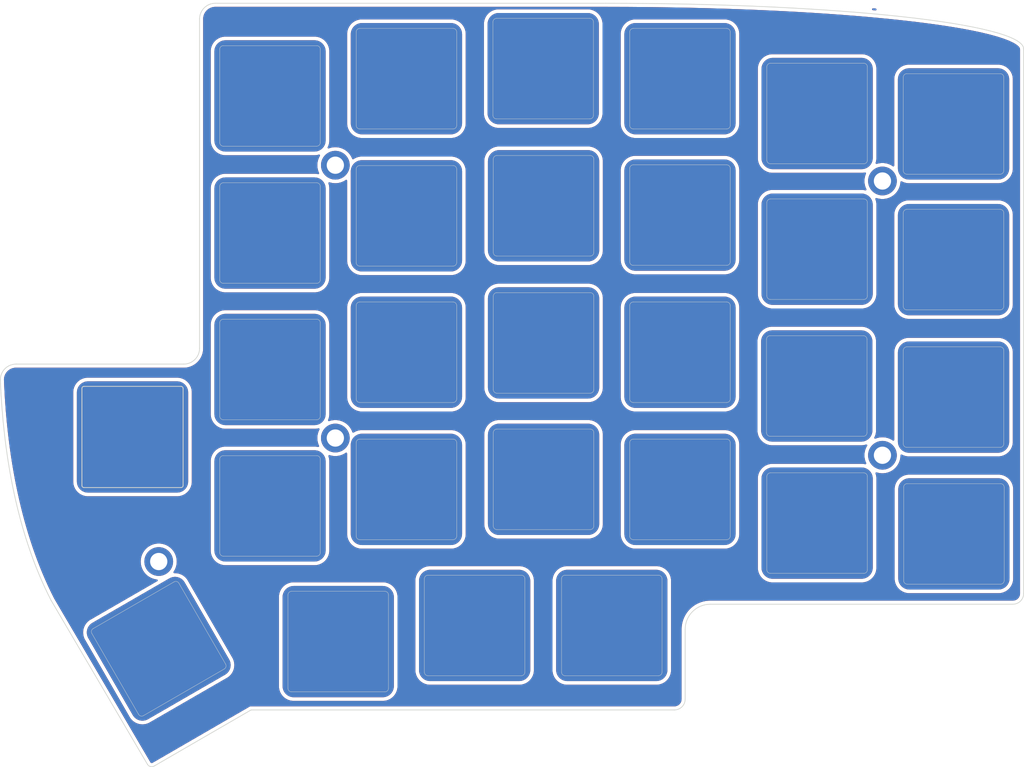
<source format=kicad_pcb>
(kicad_pcb (version 20240108) (generator "pcbnew") (generator_version "8.0")
  (layers (0 "F.Cu" signal) (31 "B.Cu" signal) (34 "B.Paste" user) (35 "F.Paste" user) (36 "B.SilkS" user "B.Silkscreen") (37 "F.SilkS" user "F.Silkscreen") (38 "B.Mask" user) (39 "F.Mask" user) (44 "Edge.Cuts" user))
  (net 0 "")
  (footprint "yuchi:MX_PLATE_HOLE_14mm" (layer "F.Cu") (at 118.1 116.45)
    (property "Reference" "J20" (hide yes))
    (property "Value" "HOLE" (hide yes))
    (fp_line (start -7 6.5) (end -7 -6.5) (stroke (width 0.05)) (layer "Edge.Cuts"))
    (fp_line (start -6.5 -7) (end 6.5 -7) (stroke (width 0.05)) (layer "Edge.Cuts"))
    (fp_line (start -6.5 7) (end 6.5 7) (stroke (width 0.05)) (layer "Edge.Cuts"))
    (fp_line (start 7 6.5) (end 7 -6.5) (stroke (width 0.05)) (layer "Edge.Cuts"))
    (fp_arc (start -7 -6.5) (mid -6.853553 -6.853553) (end -6.5 -7) (stroke (width 0.05)) (layer "Edge.Cuts"))
    (fp_arc (start -6.5 7) (mid -6.853553 6.853553) (end -7 6.5) (stroke (width 0.05)) (layer "Edge.Cuts"))
    (fp_arc (start 6.5 -7) (mid 6.853553 -6.853553) (end 7 -6.5) (stroke (width 0.05)) (layer "Edge.Cuts"))
    (fp_arc (start 7 6.5) (mid 6.853553 6.853553) (end 6.5 7) (stroke (width 0.05)) (layer "Edge.Cuts"))
    (pad "1" smd roundrect (at 0 0) (size 15.5 15.5) (layers "F.Cu" "F.Paste" "F.Mask") (roundrect_rratio 0.1))
    (pad "1" smd roundrect (at 0 0) (size 15.5 15.5) (layers "B.Cu" "B.Paste" "B.Mask") (roundrect_rratio 0.1))
  )
  (footprint "yuchi:MX_PLATE_HOLE_14mm" (layer "F.Cu") (at 175.2 114.15)
    (property "Reference" "J23" (hide yes))
    (property "Value" "HOLE" (hide yes))
    (fp_line (start -7 6.5) (end -7 -6.5) (stroke (width 0.05)) (layer "Edge.Cuts"))
    (fp_line (start -6.5 -7) (end 6.5 -7) (stroke (width 0.05)) (layer "Edge.Cuts"))
    (fp_line (start -6.5 7) (end 6.5 7) (stroke (width 0.05)) (layer "Edge.Cuts"))
    (fp_line (start 7 6.5) (end 7 -6.5) (stroke (width 0.05)) (layer "Edge.Cuts"))
    (fp_arc (start -7 -6.5) (mid -6.853553 -6.853553) (end -6.5 -7) (stroke (width 0.05)) (layer "Edge.Cuts"))
    (fp_arc (start -6.5 7) (mid -6.853553 6.853553) (end -7 6.5) (stroke (width 0.05)) (layer "Edge.Cuts"))
    (fp_arc (start 6.5 -7) (mid 6.853553 -6.853553) (end 7 -6.5) (stroke (width 0.05)) (layer "Edge.Cuts"))
    (fp_arc (start 7 6.5) (mid 6.853553 6.853553) (end 6.5 7) (stroke (width 0.05)) (layer "Edge.Cuts"))
    (pad "1" smd roundrect (at 0 0) (size 15.5 15.5) (layers "F.Cu" "F.Paste" "F.Mask") (roundrect_rratio 0.1))
    (pad "1" smd roundrect (at 0 0) (size 15.5 15.5) (layers "B.Cu" "B.Paste" "B.Mask") (roundrect_rratio 0.1))
  )
  (footprint "yuchi:MX_PLATE_HOLE_14mm" (layer "F.Cu") (at 156.15 55.55)
    (property "Reference" "J3" (hide yes))
    (property "Value" "HOLE" (hide yes))
    (fp_line (start -7 6.5) (end -7 -6.5) (stroke (width 0.05)) (layer "Edge.Cuts"))
    (fp_line (start -6.5 -7) (end 6.5 -7) (stroke (width 0.05)) (layer "Edge.Cuts"))
    (fp_line (start -6.5 7) (end 6.5 7) (stroke (width 0.05)) (layer "Edge.Cuts"))
    (fp_line (start 7 6.5) (end 7 -6.5) (stroke (width 0.05)) (layer "Edge.Cuts"))
    (fp_arc (start -7 -6.5) (mid -6.853553 -6.853553) (end -6.5 -7) (stroke (width 0.05)) (layer "Edge.Cuts"))
    (fp_arc (start -6.5 7) (mid -6.853553 6.853553) (end -7 6.5) (stroke (width 0.05)) (layer "Edge.Cuts"))
    (fp_arc (start 6.5 -7) (mid 6.853553 -6.853553) (end 7 -6.5) (stroke (width 0.05)) (layer "Edge.Cuts"))
    (fp_arc (start 7 6.5) (mid 6.853553 6.853553) (end 6.5 7) (stroke (width 0.05)) (layer "Edge.Cuts"))
    (pad "1" smd roundrect (at 0 0) (size 15.5 15.5) (layers "F.Cu" "F.Paste" "F.Mask") (roundrect_rratio 0.1))
    (pad "1" smd roundrect (at 0 0) (size 15.5 15.5) (layers "B.Cu" "B.Paste" "B.Mask") (roundrect_rratio 0.1))
  )
  (footprint "yuchi:MX_PLATE_HOLE_14mm" (layer "F.Cu") (at 156.2 93.75)
    (property "Reference" "J15" (hide yes))
    (property "Value" "HOLE" (hide yes))
    (fp_line (start -7 6.5) (end -7 -6.5) (stroke (width 0.05)) (layer "Edge.Cuts"))
    (fp_line (start -6.5 -7) (end 6.5 -7) (stroke (width 0.05)) (layer "Edge.Cuts"))
    (fp_line (start -6.5 7) (end 6.5 7) (stroke (width 0.05)) (layer "Edge.Cuts"))
    (fp_line (start 7 6.5) (end 7 -6.5) (stroke (width 0.05)) (layer "Edge.Cuts"))
    (fp_arc (start -7 -6.5) (mid -6.853553 -6.853553) (end -6.5 -7) (stroke (width 0.05)) (layer "Edge.Cuts"))
    (fp_arc (start -6.5 7) (mid -6.853553 6.853553) (end -7 6.5) (stroke (width 0.05)) (layer "Edge.Cuts"))
    (fp_arc (start 6.5 -7) (mid 6.853553 -6.853553) (end 7 -6.5) (stroke (width 0.05)) (layer "Edge.Cuts"))
    (fp_arc (start 7 6.5) (mid 6.853553 6.853553) (end 6.5 7) (stroke (width 0.05)) (layer "Edge.Cuts"))
    (pad "1" smd roundrect (at 0 0) (size 15.5 15.5) (layers "F.Cu" "F.Paste" "F.Mask") (roundrect_rratio 0.1))
    (pad "1" smd roundrect (at 0 0) (size 15.5 15.5) (layers "B.Cu" "B.Paste" "B.Mask") (roundrect_rratio 0.1))
  )
  (footprint "yuchi:MX_PLATE_HOLE_14mm" (layer "F.Cu") (at 175.2 75.95)
    (property "Reference" "J10" (hide yes))
    (property "Value" "HOLE" (hide yes))
    (fp_line (start -7 6.5) (end -7 -6.5) (stroke (width 0.05)) (layer "Edge.Cuts"))
    (fp_line (start -6.5 -7) (end 6.5 -7) (stroke (width 0.05)) (layer "Edge.Cuts"))
    (fp_line (start -6.5 7) (end 6.5 7) (stroke (width 0.05)) (layer "Edge.Cuts"))
    (fp_line (start 7 6.5) (end 7 -6.5) (stroke (width 0.05)) (layer "Edge.Cuts"))
    (fp_arc (start -7 -6.5) (mid -6.853553 -6.853553) (end -6.5 -7) (stroke (width 0.05)) (layer "Edge.Cuts"))
    (fp_arc (start -6.5 7) (mid -6.853553 6.853553) (end -7 6.5) (stroke (width 0.05)) (layer "Edge.Cuts"))
    (fp_arc (start 6.5 -7) (mid 6.853553 -6.853553) (end 7 -6.5) (stroke (width 0.05)) (layer "Edge.Cuts"))
    (fp_arc (start 7 6.5) (mid 6.853553 6.853553) (end 6.5 7) (stroke (width 0.05)) (layer "Edge.Cuts"))
    (pad "1" smd roundrect (at 0 0) (size 15.5 15.5) (layers "F.Cu" "F.Paste" "F.Mask") (roundrect_rratio 0.1))
    (pad "1" smd roundrect (at 0 0) (size 15.5 15.5) (layers "B.Cu" "B.Paste" "B.Mask") (roundrect_rratio 0.1))
  )
  (footprint "yuchi:MX_PLATE_HOLE_14mm" (layer "F.Cu") (at 213.3 82.15)
    (property "Reference" "J12" (hide yes))
    (property "Value" "HOLE" (hide yes))
    (fp_line (start -7 6.5) (end -7 -6.5) (stroke (width 0.05)) (layer "Edge.Cuts"))
    (fp_line (start -6.5 -7) (end 6.5 -7) (stroke (width 0.05)) (layer "Edge.Cuts"))
    (fp_line (start -6.5 7) (end 6.5 7) (stroke (width 0.05)) (layer "Edge.Cuts"))
    (fp_line (start 7 6.5) (end 7 -6.5) (stroke (width 0.05)) (layer "Edge.Cuts"))
    (fp_arc (start -7 -6.5) (mid -6.853553 -6.853553) (end -6.5 -7) (stroke (width 0.05)) (layer "Edge.Cuts"))
    (fp_arc (start -6.5 7) (mid -6.853553 6.853553) (end -7 6.5) (stroke (width 0.05)) (layer "Edge.Cuts"))
    (fp_arc (start 6.5 -7) (mid 6.853553 -6.853553) (end 7 -6.5) (stroke (width 0.05)) (layer "Edge.Cuts"))
    (fp_arc (start 7 6.5) (mid 6.853553 6.853553) (end 6.5 7) (stroke (width 0.05)) (layer "Edge.Cuts"))
    (pad "1" smd roundrect (at 0 0) (size 15.5 15.5) (layers "F.Cu" "F.Paste" "F.Mask") (roundrect_rratio 0.1))
    (pad "1" smd roundrect (at 0 0) (size 15.5 15.5) (layers "B.Cu" "B.Paste" "B.Mask") (roundrect_rratio 0.1))
  )
  (footprint "yuchi:MX_PLATE_HOLE_14mm" (layer "F.Cu") (at 118.1 78.45)
    (property "Reference" "J7" (hide yes))
    (property "Value" "HOLE" (hide yes))
    (fp_line (start -7 6.5) (end -7 -6.5) (stroke (width 0.05)) (layer "Edge.Cuts"))
    (fp_line (start -6.5 -7) (end 6.5 -7) (stroke (width 0.05)) (layer "Edge.Cuts"))
    (fp_line (start -6.5 7) (end 6.5 7) (stroke (width 0.05)) (layer "Edge.Cuts"))
    (fp_line (start 7 6.5) (end 7 -6.5) (stroke (width 0.05)) (layer "Edge.Cuts"))
    (fp_arc (start -7 -6.5) (mid -6.853553 -6.853553) (end -6.5 -7) (stroke (width 0.05)) (layer "Edge.Cuts"))
    (fp_arc (start -6.5 7) (mid -6.853553 6.853553) (end -7 6.5) (stroke (width 0.05)) (layer "Edge.Cuts"))
    (fp_arc (start 6.5 -7) (mid 6.853553 -6.853553) (end 7 -6.5) (stroke (width 0.05)) (layer "Edge.Cuts"))
    (fp_arc (start 7 6.5) (mid 6.853553 6.853553) (end 6.5 7) (stroke (width 0.05)) (layer "Edge.Cuts"))
    (pad "1" smd roundrect (at 0 0) (size 15.5 15.5) (layers "F.Cu" "F.Paste" "F.Mask") (roundrect_rratio 0.1))
    (pad "1" smd roundrect (at 0 0) (size 15.5 15.5) (layers "B.Cu" "B.Paste" "B.Mask") (roundrect_rratio 0.1))
  )
  (footprint "yuchi:MX_PLATE_HOLE_14mm" (layer "F.Cu") (at 213.3 101.3)
    (property "Reference" "J18" (hide yes))
    (property "Value" "HOLE" (hide yes))
    (fp_line (start -7 6.5) (end -7 -6.5) (stroke (width 0.05)) (layer "Edge.Cuts"))
    (fp_line (start -6.5 -7) (end 6.5 -7) (stroke (width 0.05)) (layer "Edge.Cuts"))
    (fp_line (start -6.5 7) (end 6.5 7) (stroke (width 0.05)) (layer "Edge.Cuts"))
    (fp_line (start 7 6.5) (end 7 -6.5) (stroke (width 0.05)) (layer "Edge.Cuts"))
    (fp_arc (start -7 -6.5) (mid -6.853553 -6.853553) (end -6.5 -7) (stroke (width 0.05)) (layer "Edge.Cuts"))
    (fp_arc (start -6.5 7) (mid -6.853553 6.853553) (end -7 6.5) (stroke (width 0.05)) (layer "Edge.Cuts"))
    (fp_arc (start 6.5 -7) (mid 6.853553 -6.853553) (end 7 -6.5) (stroke (width 0.05)) (layer "Edge.Cuts"))
    (fp_arc (start 7 6.5) (mid 6.853553 6.853553) (end 6.5 7) (stroke (width 0.05)) (layer "Edge.Cuts"))
    (pad "1" smd roundrect (at 0 0) (size 15.5 15.5) (layers "F.Cu" "F.Paste" "F.Mask") (roundrect_rratio 0.1))
    (pad "1" smd roundrect (at 0 0) (size 15.5 15.5) (layers "B.Cu" "B.Paste" "B.Mask") (roundrect_rratio 0.1))
  )
  (footprint "yuchi:M2_HOLE_PCB" (layer "F.Cu") (at 203.4 109.4)
    (property "Reference" "J34" (hide yes))
    (property "Value" "M2")
    (pad "" thru_hole circle (at 0 0) (size 4 4) (drill 2.4) (layers "*.Cu" "*.Mask"))
  )
  (footprint "yuchi:MX_PLATE_HOLE_14mm" (layer "F.Cu") (at 156.2 74.65)
    (property "Reference" "J9" (hide yes))
    (property "Value" "HOLE" (hide yes))
    (fp_line (start -7 6.5) (end -7 -6.5) (stroke (width 0.05)) (layer "Edge.Cuts"))
    (fp_line (start -6.5 -7) (end 6.5 -7) (stroke (width 0.05)) (layer "Edge.Cuts"))
    (fp_line (start -6.5 7) (end 6.5 7) (stroke (width 0.05)) (layer "Edge.Cuts"))
    (fp_line (start 7 6.5) (end 7 -6.5) (stroke (width 0.05)) (layer "Edge.Cuts"))
    (fp_arc (start -7 -6.5) (mid -6.853553 -6.853553) (end -6.5 -7) (stroke (width 0.05)) (layer "Edge.Cuts"))
    (fp_arc (start -6.5 7) (mid -6.853553 6.853553) (end -7 6.5) (stroke (width 0.05)) (layer "Edge.Cuts"))
    (fp_arc (start 6.5 -7) (mid 6.853553 -6.853553) (end 7 -6.5) (stroke (width 0.05)) (layer "Edge.Cuts"))
    (fp_arc (start 7 6.5) (mid 6.853553 6.853553) (end 6.5 7) (stroke (width 0.05)) (layer "Edge.Cuts"))
    (pad "1" smd roundrect (at 0 0) (size 15.5 15.5) (layers "F.Cu" "F.Paste" "F.Mask") (roundrect_rratio 0.1))
    (pad "1" smd roundrect (at 0 0) (size 15.5 15.5) (layers "B.Cu" "B.Paste" "B.Mask") (roundrect_rratio 0.1))
  )
  (footprint "yuchi:MX_PLATE_HOLE_14mm" (layer "F.Cu") (at 137.1 95.05)
    (property "Reference" "J14" (hide yes))
    (property "Value" "HOLE" (hide yes))
    (fp_line (start -7 6.5) (end -7 -6.5) (stroke (width 0.05)) (layer "Edge.Cuts"))
    (fp_line (start -6.5 -7) (end 6.5 -7) (stroke (width 0.05)) (layer "Edge.Cuts"))
    (fp_line (start -6.5 7) (end 6.5 7) (stroke (width 0.05)) (layer "Edge.Cuts"))
    (fp_line (start 7 6.5) (end 7 -6.5) (stroke (width 0.05)) (layer "Edge.Cuts"))
    (fp_arc (start -7 -6.5) (mid -6.853553 -6.853553) (end -6.5 -7) (stroke (width 0.05)) (layer "Edge.Cuts"))
    (fp_arc (start -6.5 7) (mid -6.853553 6.853553) (end -7 6.5) (stroke (width 0.05)) (layer "Edge.Cuts"))
    (fp_arc (start 6.5 -7) (mid 6.853553 -6.853553) (end 7 -6.5) (stroke (width 0.05)) (layer "Edge.Cuts"))
    (fp_arc (start 7 6.5) (mid 6.853553 6.853553) (end 6.5 7) (stroke (width 0.05)) (layer "Edge.Cuts"))
    (pad "1" smd roundrect (at 0 0) (size 15.5 15.5) (layers "F.Cu" "F.Paste" "F.Mask") (roundrect_rratio 0.1))
    (pad "1" smd roundrect (at 0 0) (size 15.5 15.5) (layers "B.Cu" "B.Paste" "B.Mask") (roundrect_rratio 0.1))
  )
  (footprint "yuchi:MX_PLATE_HOLE_14mm" (layer "F.Cu") (at 194.25 99.75)
    (property "Reference" "J17" (hide yes))
    (property "Value" "HOLE" (hide yes))
    (fp_line (start -7 6.5) (end -7 -6.5) (stroke (width 0.05)) (layer "Edge.Cuts"))
    (fp_line (start -6.5 -7) (end 6.5 -7) (stroke (width 0.05)) (layer "Edge.Cuts"))
    (fp_line (start -6.5 7) (end 6.5 7) (stroke (width 0.05)) (layer "Edge.Cuts"))
    (fp_line (start 7 6.5) (end 7 -6.5) (stroke (width 0.05)) (layer "Edge.Cuts"))
    (fp_arc (start -7 -6.5) (mid -6.853553 -6.853553) (end -6.5 -7) (stroke (width 0.05)) (layer "Edge.Cuts"))
    (fp_arc (start -6.5 7) (mid -6.853553 6.853553) (end -7 6.5) (stroke (width 0.05)) (layer "Edge.Cuts"))
    (fp_arc (start 6.5 -7) (mid 6.853553 -6.853553) (end 7 -6.5) (stroke (width 0.05)) (layer "Edge.Cuts"))
    (fp_arc (start 7 6.5) (mid 6.853553 6.853553) (end 6.5 7) (stroke (width 0.05)) (layer "Edge.Cuts"))
    (pad "1" smd roundrect (at 0 0) (size 15.5 15.5) (layers "F.Cu" "F.Paste" "F.Mask") (roundrect_rratio 0.1))
    (pad "1" smd roundrect (at 0 0) (size 15.5 15.5) (layers "B.Cu" "B.Paste" "B.Mask") (roundrect_rratio 0.1))
  )
  (footprint "yuchi:MX_PLATE_HOLE_14mm" (layer "F.Cu") (at 213.3 63.25)
    (property "Reference" "J6" (hide yes))
    (property "Value" "HOLE" (hide yes))
    (fp_line (start -7 6.5) (end -7 -6.5) (stroke (width 0.05)) (layer "Edge.Cuts"))
    (fp_line (start -6.5 -7) (end 6.5 -7) (stroke (width 0.05)) (layer "Edge.Cuts"))
    (fp_line (start -6.5 7) (end 6.5 7) (stroke (width 0.05)) (layer "Edge.Cuts"))
    (fp_line (start 7 6.5) (end 7 -6.5) (stroke (width 0.05)) (layer "Edge.Cuts"))
    (fp_arc (start -7 -6.5) (mid -6.853553 -6.853553) (end -6.5 -7) (stroke (width 0.05)) (layer "Edge.Cuts"))
    (fp_arc (start -6.5 7) (mid -6.853553 6.853553) (end -7 6.5) (stroke (width 0.05)) (layer "Edge.Cuts"))
    (fp_arc (start 6.5 -7) (mid 6.853553 -6.853553) (end 7 -6.5) (stroke (width 0.05)) (layer "Edge.Cuts"))
    (fp_arc (start 7 6.5) (mid 6.853553 6.853553) (end 6.5 7) (stroke (width 0.05)) (layer "Edge.Cuts"))
    (pad "1" smd roundrect (at 0 0) (size 15.5 15.5) (layers "F.Cu" "F.Paste" "F.Mask") (roundrect_rratio 0.1))
    (pad "1" smd roundrect (at 0 0) (size 15.5 15.5) (layers "B.Cu" "B.Paste" "B.Mask") (roundrect_rratio 0.1))
  )
  (footprint "yuchi:MX_PLATE_HOLE_14mm" (layer "F.Cu") (at 165.7 133.1)
    (property "Reference" "J29" (hide yes))
    (property "Value" "HOLE" (hide yes))
    (fp_line (start -7 6.5) (end -7 -6.5) (stroke (width 0.05)) (layer "Edge.Cuts"))
    (fp_line (start -6.5 -7) (end 6.5 -7) (stroke (width 0.05)) (layer "Edge.Cuts"))
    (fp_line (start -6.5 7) (end 6.5 7) (stroke (width 0.05)) (layer "Edge.Cuts"))
    (fp_line (start 7 6.5) (end 7 -6.5) (stroke (width 0.05)) (layer "Edge.Cuts"))
    (fp_arc (start -7 -6.5) (mid -6.853553 -6.853553) (end -6.5 -7) (stroke (width 0.05)) (layer "Edge.Cuts"))
    (fp_arc (start -6.5 7) (mid -6.853553 6.853553) (end -7 6.5) (stroke (width 0.05)) (layer "Edge.Cuts"))
    (fp_arc (start 6.5 -7) (mid 6.853553 -6.853553) (end 7 -6.5) (stroke (width 0.05)) (layer "Edge.Cuts"))
    (fp_arc (start 7 6.5) (mid 6.853553 6.853553) (end 6.5 7) (stroke (width 0.05)) (layer "Edge.Cuts"))
    (pad "1" smd roundrect (at 0 0) (size 15.5 15.5) (layers "F.Cu" "F.Paste" "F.Mask") (roundrect_rratio 0.1))
    (pad "1" smd roundrect (at 0 0) (size 15.5 15.5) (layers "B.Cu" "B.Paste" "B.Mask") (roundrect_rratio 0.1))
  )
  (footprint "yuchi:M2_HOLE_PCB" (layer "F.Cu") (at 127.2 107)
    (property "Reference" "J31" (hide yes))
    (property "Value" "M2")
    (pad "" thru_hole circle (at 0 0) (size 4 4) (drill 2.4) (layers "*.Cu" "*.Mask"))
  )
  (footprint "yuchi:MX_PLATE_HOLE_14mm" (layer "F.Cu") (at 194.3 118.85)
    (property "Reference" "J24" (hide yes))
    (property "Value" "HOLE" (hide yes))
    (fp_line (start -7 6.5) (end -7 -6.5) (stroke (width 0.05)) (layer "Edge.Cuts"))
    (fp_line (start -6.5 -7) (end 6.5 -7) (stroke (width 0.05)) (layer "Edge.Cuts"))
    (fp_line (start -6.5 7) (end 6.5 7) (stroke (width 0.05)) (layer "Edge.Cuts"))
    (fp_line (start 7 6.5) (end 7 -6.5) (stroke (width 0.05)) (layer "Edge.Cuts"))
    (fp_arc (start -7 -6.5) (mid -6.853553 -6.853553) (end -6.5 -7) (stroke (width 0.05)) (layer "Edge.Cuts"))
    (fp_arc (start -6.5 7) (mid -6.853553 6.853553) (end -7 6.5) (stroke (width 0.05)) (layer "Edge.Cuts"))
    (fp_arc (start 6.5 -7) (mid 6.853553 -6.853553) (end 7 -6.5) (stroke (width 0.05)) (layer "Edge.Cuts"))
    (fp_arc (start 7 6.5) (mid 6.853553 6.853553) (end 6.5 7) (stroke (width 0.05)) (layer "Edge.Cuts"))
    (pad "1" smd roundrect (at 0 0) (size 15.5 15.5) (layers "F.Cu" "F.Paste" "F.Mask") (roundrect_rratio 0.1))
    (pad "1" smd roundrect (at 0 0) (size 15.5 15.5) (layers "B.Cu" "B.Paste" "B.Mask") (roundrect_rratio 0.1))
  )
  (footprint "yuchi:MX_PLATE_HOLE_14mm" (layer "F.Cu") (at 213.35 120.35)
    (property "Reference" "J25" (hide yes))
    (property "Value" "HOLE" (hide yes))
    (fp_line (start -7 6.5) (end -7 -6.5) (stroke (width 0.05)) (layer "Edge.Cuts"))
    (fp_line (start -6.5 -7) (end 6.5 -7) (stroke (width 0.05)) (layer "Edge.Cuts"))
    (fp_line (start -6.5 7) (end 6.5 7) (stroke (width 0.05)) (layer "Edge.Cuts"))
    (fp_line (start 7 6.5) (end 7 -6.5) (stroke (width 0.05)) (layer "Edge.Cuts"))
    (fp_arc (start -7 -6.5) (mid -6.853553 -6.853553) (end -6.5 -7) (stroke (width 0.05)) (layer "Edge.Cuts"))
    (fp_arc (start -6.5 7) (mid -6.853553 6.853553) (end -7 6.5) (stroke (width 0.05)) (layer "Edge.Cuts"))
    (fp_arc (start 6.5 -7) (mid 6.853553 -6.853553) (end 7 -6.5) (stroke (width 0.05)) (layer "Edge.Cuts"))
    (fp_arc (start 7 6.5) (mid 6.853553 6.853553) (end 6.5 7) (stroke (width 0.05)) (layer "Edge.Cuts"))
    (pad "1" smd roundrect (at 0 0) (size 15.5 15.5) (layers "F.Cu" "F.Paste" "F.Mask") (roundrect_rratio 0.1))
    (pad "1" smd roundrect (at 0 0) (size 15.5 15.5) (layers "B.Cu" "B.Paste" "B.Mask") (roundrect_rratio 0.1))
  )
  (footprint "yuchi:M2_HOLE_PCB" (layer "F.Cu") (at 203.4 71.2)
    (property "Reference" "J33" (hide yes))
    (property "Value" "M2")
    (pad "" thru_hole circle (at 0 0) (size 4 4) (drill 2.4) (layers "*.Cu" "*.Mask"))
  )
  (footprint "yuchi:MX_PLATE_HOLE_14mm" (layer "F.Cu") (at 118.1 97.45)
    (property "Reference" "J13" (hide yes))
    (property "Value" "HOLE" (hide yes))
    (fp_line (start -7 6.5) (end -7 -6.5) (stroke (width 0.05)) (layer "Edge.Cuts"))
    (fp_line (start -6.5 -7) (end 6.5 -7) (stroke (width 0.05)) (layer "Edge.Cuts"))
    (fp_line (start -6.5 7) (end 6.5 7) (stroke (width 0.05)) (layer "Edge.Cuts"))
    (fp_line (start 7 6.5) (end 7 -6.5) (stroke (width 0.05)) (layer "Edge.Cuts"))
    (fp_arc (start -7 -6.5) (mid -6.853553 -6.853553) (end -6.5 -7) (stroke (width 0.05)) (layer "Edge.Cuts"))
    (fp_arc (start -6.5 7) (mid -6.853553 6.853553) (end -7 6.5) (stroke (width 0.05)) (layer "Edge.Cuts"))
    (fp_arc (start 6.5 -7) (mid 6.853553 -6.853553) (end 7 -6.5) (stroke (width 0.05)) (layer "Edge.Cuts"))
    (fp_arc (start 7 6.5) (mid 6.853553 6.853553) (end 6.5 7) (stroke (width 0.05)) (layer "Edge.Cuts"))
    (pad "1" smd roundrect (at 0 0) (size 15.5 15.5) (layers "F.Cu" "F.Paste" "F.Mask") (roundrect_rratio 0.1))
    (pad "1" smd roundrect (at 0 0) (size 15.5 15.5) (layers "B.Cu" "B.Paste" "B.Mask") (roundrect_rratio 0.1))
  )
  (footprint "yuchi:MX_PLATE_HOLE_14mm" (layer "F.Cu") (at 98.95 106.85)
    (property "Reference" "J19" (hide yes))
    (property "Value" "HOLE")
    (fp_line (start -7.05 6.75) (end -7.05 -6.75) (stroke (width 0.12)) (layer "Edge.Cuts"))
    (fp_line (start -6.75 -7.05) (end 6.75 -7.05) (stroke (width 0.12)) (layer "Edge.Cuts"))
    (fp_line (start 6.74 7.05) (end -6.75 7.05) (stroke (width 0.12)) (layer "Edge.Cuts"))
    (fp_line (start 7.05 -6.75) (end 7.05 6.75) (stroke (width 0.12)) (layer "Edge.Cuts"))
    (fp_arc (start -7.05 -6.75) (mid -6.962132 -6.962132) (end -6.75 -7.05) (stroke (width 0.12)) (layer "Edge.Cuts"))
    (fp_arc (start -6.75 7.05) (mid -6.962132 6.962132) (end -7.05 6.75) (stroke (width 0.12)) (layer "Edge.Cuts"))
    (fp_arc (start 6.75 -7.05) (mid 6.962132 -6.962132) (end 7.05 -6.75) (stroke (width 0.12)) (layer "Edge.Cuts"))
    (fp_arc (start 7.05 6.75) (mid 6.962132 6.962132) (end 6.75 7.05) (stroke (width 0.12)) (layer "Edge.Cuts"))
    (pad "1" smd roundrect (at 0 0) (size 15.5 15.5) (layers "F.Cu" "F.Paste" "F.Mask") (roundrect_rratio 0.1))
    (pad "1" smd roundrect (at 0 0) (size 15.5 15.5) (layers "B.Cu" "B.Paste" "B.Mask") (roundrect_rratio 0.1))
  )
  (footprint "yuchi:MX_PLATE_HOLE_14mm" (layer "F.Cu") (at 175.2 56.95)
    (property "Reference" "J4" (hide yes))
    (property "Value" "HOLE" (hide yes))
    (fp_line (start -7 6.5) (end -7 -6.5) (stroke (width 0.05)) (layer "Edge.Cuts"))
    (fp_line (start -6.5 -7) (end 6.5 -7) (stroke (width 0.05)) (layer "Edge.Cuts"))
    (fp_line (start -6.5 7) (end 6.5 7) (stroke (width 0.05)) (layer "Edge.Cuts"))
    (fp_line (start 7 6.5) (end 7 -6.5) (stroke (width 0.05)) (layer "Edge.Cuts"))
    (fp_arc (start -7 -6.5) (mid -6.853553 -6.853553) (end -6.5 -7) (stroke (width 0.05)) (layer "Edge.Cuts"))
    (fp_arc (start -6.5 7) (mid -6.853553 6.853553) (end -7 6.5) (stroke (width 0.05)) (layer "Edge.Cuts"))
    (fp_arc (start 6.5 -7) (mid 6.853553 -6.853553) (end 7 -6.5) (stroke (width 0.05)) (layer "Edge.Cuts"))
    (fp_arc (start 7 6.5) (mid 6.853553 6.853553) (end 6.5 7) (stroke (width 0.05)) (layer "Edge.Cuts"))
    (pad "1" smd roundrect (at 0 0) (size 15.5 15.5) (layers "F.Cu" "F.Paste" "F.Mask") (roundrect_rratio 0.1))
    (pad "1" smd roundrect (at 0 0) (size 15.5 15.5) (layers "B.Cu" "B.Paste" "B.Mask") (roundrect_rratio 0.1))
  )
  (footprint "yuchi:MX_PLATE_HOLE_14mm" (layer "F.Cu") (at 137.1 114.15)
    (property "Reference" "J21" (hide yes))
    (property "Value" "HOLE" (hide yes))
    (fp_line (start -7 6.5) (end -7 -6.5) (stroke (width 0.05)) (layer "Edge.Cuts"))
    (fp_line (start -6.5 -7) (end 6.5 -7) (stroke (width 0.05)) (layer "Edge.Cuts"))
    (fp_line (start -6.5 7) (end 6.5 7) (stroke (width 0.05)) (layer "Edge.Cuts"))
    (fp_line (start 7 6.5) (end 7 -6.5) (stroke (width 0.05)) (layer "Edge.Cuts"))
    (fp_arc (start -7 -6.5) (mid -6.853553 -6.853553) (end -6.5 -7) (stroke (width 0.05)) (layer "Edge.Cuts"))
    (fp_arc (start -6.5 7) (mid -6.853553 6.853553) (end -7 6.5) (stroke (width 0.05)) (layer "Edge.Cuts"))
    (fp_arc (start 6.5 -7) (mid 6.853553 -6.853553) (end 7 -6.5) (stroke (width 0.05)) (layer "Edge.Cuts"))
    (fp_arc (start 7 6.5) (mid 6.853553 6.853553) (end 6.5 7) (stroke (width 0.05)) (layer "Edge.Cuts"))
    (pad "1" smd roundrect (at 0 0) (size 15.5 15.5) (layers "F.Cu" "F.Paste" "F.Mask") (roundrect_rratio 0.1))
    (pad "1" smd roundrect (at 0 0) (size 15.5 15.5) (layers "B.Cu" "B.Paste" "B.Mask") (roundrect_rratio 0.1))
  )
  (footprint "yuchi:M2_HOLE_PCB" (layer "F.Cu") (at 127.2 69)
    (property "Reference" "J32" (hide yes))
    (property "Value" "M2")
    (pad "" thru_hole circle (at 0 0) (size 4 4) (drill 2.4) (layers "*.Cu" "*.Mask"))
  )
  (footprint "yuchi:MX_PLATE_HOLE_14mm" (layer "F.Cu") (at 194.3 80.7)
    (property "Reference" "J11" (hide yes))
    (property "Value" "HOLE" (hide yes))
    (fp_line (start -7 6.5) (end -7 -6.5) (stroke (width 0.05)) (layer "Edge.Cuts"))
    (fp_line (start -6.5 -7) (end 6.5 -7) (stroke (width 0.05)) (layer "Edge.Cuts"))
    (fp_line (start -6.5 7) (end 6.5 7) (stroke (width 0.05)) (layer "Edge.Cuts"))
    (fp_line (start 7 6.5) (end 7 -6.5) (stroke (width 0.05)) (layer "Edge.Cuts"))
    (fp_arc (start -7 -6.5) (mid -6.853553 -6.853553) (end -6.5 -7) (stroke (width 0.05)) (layer "Edge.Cuts"))
    (fp_arc (start -6.5 7) (mid -6.853553 6.853553) (end -7 6.5) (stroke (width 0.05)) (layer "Edge.Cuts"))
    (fp_arc (start 6.5 -7) (mid 6.853553 -6.853553) (end 7 -6.5) (stroke (width 0.05)) (layer "Edge.Cuts"))
    (fp_arc (start 7 6.5) (mid 6.853553 6.853553) (end 6.5 7) (stroke (width 0.05)) (layer "Edge.Cuts"))
    (pad "1" smd roundrect (at 0 0) (size 15.5 15.5) (layers "F.Cu" "F.Paste" "F.Mask") (roundrect_rratio 0.1))
    (pad "1" smd roundrect (at 0 0) (size 15.5 15.5) (layers "B.Cu" "B.Paste" "B.Mask") (roundrect_rratio 0.1))
  )
  (footprint "yuchi:MX_PLATE_HOLE_14mm" (layer "F.Cu") (at 137.1 76.05)
    (property "Reference" "J8" (hide yes))
    (property "Value" "HOLE" (hide yes))
    (fp_line (start -7 6.5) (end -7 -6.5) (stroke (width 0.05)) (layer "Edge.Cuts"))
    (fp_line (start -6.5 -7) (end 6.5 -7) (stroke (width 0.05)) (layer "Edge.Cuts"))
    (fp_line (start -6.5 7) (end 6.5 7) (stroke (width 0.05)) (layer "Edge.Cuts"))
    (fp_line (start 7 6.5) (end 7 -6.5) (stroke (width 0.05)) (layer "Edge.Cuts"))
    (fp_arc (start -7 -6.5) (mid -6.853553 -6.853553) (end -6.5 -7) (stroke (width 0.05)) (layer "Edge.Cuts"))
    (fp_arc (start -6.5 7) (mid -6.853553 6.853553) (end -7 6.5) (stroke (width 0.05)) (layer "Edge.Cuts"))
    (fp_arc (start 6.5 -7) (mid 6.853553 -6.853553) (end 7 -6.5) (stroke (width 0.05)) (layer "Edge.Cuts"))
    (fp_arc (start 7 6.5) (mid 6.853553 6.853553) (end 6.5 7) (stroke (width 0.05)) (layer "Edge.Cuts"))
    (pad "1" smd roundrect (at 0 0) (size 15.5 15.5) (layers "F.Cu" "F.Paste" "F.Mask") (roundrect_rratio 0.1))
    (pad "1" smd roundrect (at 0 0) (size 15.5 15.5) (layers "B.Cu" "B.Paste" "B.Mask") (roundrect_rratio 0.1))
  )
  (footprint "yuchi:MX_PLATE_HOLE_14mm" (layer "F.Cu") (at 102.6 136.35 30)
    (property "Reference" "J26" (hide yes))
    (property "Value" "HOLE" (hide yes))
    (fp_line (start -6.5 -7) (end 6.5 -7) (stroke (width 0.05)) (layer "Edge.Cuts"))
    (fp_line (start -7 6.5) (end -7 -6.5) (stroke (width 0.05)) (layer "Edge.Cuts"))
    (fp_line (start -6.5 7) (end 6.5 7) (stroke (width 0.05)) (layer "Edge.Cuts"))
    (fp_line (start 7 6.5) (end 7 -6.5) (stroke (width 0.05)) (layer "Edge.Cuts"))
    (fp_arc (start -7 -6.5) (mid -6.853553 -6.853554) (end -6.5 -7) (stroke (width 0.05)) (layer "Edge.Cuts"))
    (fp_arc (start -6.5 7) (mid -6.853554 6.853553) (end -7 6.5) (stroke (width 0.05)) (layer "Edge.Cuts"))
    (fp_arc (start 6.5 -7) (mid 6.853554 -6.853553) (end 7 -6.5) (stroke (width 0.05)) (layer "Edge.Cuts"))
    (fp_arc (start 7 6.5) (mid 6.853553 6.853554) (end 6.5 7) (stroke (width 0.05)) (layer "Edge.Cuts"))
    (pad "1" smd roundrect (at 0 0 30) (size 15.5 15.5) (layers "F.Cu" "F.Paste" "F.Mask") (roundrect_rratio 0.1))
    (pad "1" smd roundrect (at 0 0 30) (size 15.5 15.5) (layers "B.Cu" "B.Paste" "B.Mask") (roundrect_rratio 0.1))
  )
  (footprint "yuchi:MX_PLATE_HOLE_14mm" (layer "F.Cu") (at 156.2 112.75)
    (property "Reference" "J22" (hide yes))
    (property "Value" "HOLE" (hide yes))
    (fp_line (start -7 6.5) (end -7 -6.5) (stroke (width 0.05)) (layer "Edge.Cuts"))
    (fp_line (start -6.5 -7) (end 6.5 -7) (stroke (width 0.05)) (layer "Edge.Cuts"))
    (fp_line (start -6.5 7) (end 6.5 7) (stroke (width 0.05)) (layer "Edge.Cuts"))
    (fp_line (start 7 6.5) (end 7 -6.5) (stroke (width 0.05)) (layer "Edge.Cuts"))
    (fp_arc (start -7 -6.5) (mid -6.853553 -6.853553) (end -6.5 -7) (stroke (width 0.05)) (layer "Edge.Cuts"))
    (fp_arc (start -6.5 7) (mid -6.853553 6.853553) (end -7 6.5) (stroke (width 0.05)) (layer "Edge.Cuts"))
    (fp_arc (start 6.5 -7) (mid 6.853553 -6.853553) (end 7 -6.5) (stroke (width 0.05)) (layer "Edge.Cuts"))
    (fp_arc (start 7 6.5) (mid 6.853553 6.853553) (end 6.5 7) (stroke (width 0.05)) (layer "Edge.Cuts"))
    (pad "1" smd roundrect (at 0 0) (size 15.5 15.5) (layers "F.Cu" "F.Paste" "F.Mask") (roundrect_rratio 0.1))
    (pad "1" smd roundrect (at 0 0) (size 15.5 15.5) (layers "B.Cu" "B.Paste" "B.Mask") (roundrect_rratio 0.1))
  )
  (footprint "yuchi:MX_PLATE_HOLE_14mm" (layer "F.Cu") (at 194.3 61.8)
    (property "Reference" "J5" (hide yes))
    (property "Value" "HOLE" (hide yes))
    (fp_line (start -7 6.5) (end -7 -6.5) (stroke (width 0.05)) (layer "Edge.Cuts"))
    (fp_line (start -6.5 -7) (end 6.5 -7) (stroke (width 0.05)) (layer "Edge.Cuts"))
    (fp_line (start -6.5 7) (end 6.5 7) (stroke (width 0.05)) (layer "Edge.Cuts"))
    (fp_line (start 7 6.5) (end 7 -6.5) (stroke (width 0.05)) (layer "Edge.Cuts"))
    (fp_arc (start -7 -6.5) (mid -6.853553 -6.853553) (end -6.5 -7) (stroke (width 0.05)) (layer "Edge.Cuts"))
    (fp_arc (start -6.5 7) (mid -6.853553 6.853553) (end -7 6.5) (stroke (width 0.05)) (layer "Edge.Cuts"))
    (fp_arc (start 6.5 -7) (mid 6.853553 -6.853553) (end 7 -6.5) (stroke (width 0.05)) (layer "Edge.Cuts"))
    (fp_arc (start 7 6.5) (mid 6.853553 6.853553) (end 6.5 7) (stroke (width 0.05)) (layer "Edge.Cuts"))
    (pad "1" smd roundrect (at 0 0) (size 15.5 15.5) (layers "F.Cu" "F.Paste" "F.Mask") (roundrect_rratio 0.1))
    (pad "1" smd roundrect (at 0 0) (size 15.5 15.5) (layers "B.Cu" "B.Paste" "B.Mask") (roundrect_rratio 0.1))
  )
  (footprint "yuchi:MX_PLATE_HOLE_14mm" (layer "F.Cu") (at 146.6 133.1)
    (property "Reference" "J28" (hide yes))
    (property "Value" "HOLE" (hide yes))
    (fp_line (start -7 6.5) (end -7 -6.5) (stroke (width 0.05)) (layer "Edge.Cuts"))
    (fp_line (start -6.5 -7) (end 6.5 -7) (stroke (width 0.05)) (layer "Edge.Cuts"))
    (fp_line (start -6.5 7) (end 6.5 7) (stroke (width 0.05)) (layer "Edge.Cuts"))
    (fp_line (start 7 6.5) (end 7 -6.5) (stroke (width 0.05)) (layer "Edge.Cuts"))
    (fp_arc (start -7 -6.5) (mid -6.853553 -6.853553) (end -6.5 -7) (stroke (width 0.05)) (layer "Edge.Cuts"))
    (fp_arc (start -6.5 7) (mid -6.853553 6.853553) (end -7 6.5) (stroke (width 0.05)) (layer "Edge.Cuts"))
    (fp_arc (start 6.5 -7) (mid 6.853553 -6.853553) (end 7 -6.5) (stroke (width 0.05)) (layer "Edge.Cuts"))
    (fp_arc (start 7 6.5) (mid 6.853553 6.853553) (end 6.5 7) (stroke (width 0.05)) (layer "Edge.Cuts"))
    (pad "1" smd roundrect (at 0 0) (size 15.5 15.5) (layers "F.Cu" "F.Paste" "F.Mask") (roundrect_rratio 0.1))
    (pad "1" smd roundrect (at 0 0) (size 15.5 15.5) (layers "B.Cu" "B.Paste" "B.Mask") (roundrect_rratio 0.1))
  )
  (footprint "yuchi:MX_PLATE_HOLE_14mm" (layer "F.Cu") (at 175.2 95.05)
    (property "Reference" "J16" (hide yes))
    (property "Value" "HOLE" (hide yes))
    (fp_line (start -7 6.5) (end -7 -6.5) (stroke (width 0.05)) (layer "Edge.Cuts"))
    (fp_line (start -6.5 -7) (end 6.5 -7) (stroke (width 0.05)) (layer "Edge.Cuts"))
    (fp_line (start -6.5 7) (end 6.5 7) (stroke (width 0.05)) (layer "Edge.Cuts"))
    (fp_line (start 7 6.5) (end 7 -6.5) (stroke (width 0.05)) (layer "Edge.Cuts"))
    (fp_arc (start -7 -6.5) (mid -6.853553 -6.853553) (end -6.5 -7) (stroke (width 0.05)) (layer "Edge.Cuts"))
    (fp_arc (start -6.5 7) (mid -6.853553 6.853553) (end -7 6.5) (stroke (width 0.05)) (layer "Edge.Cuts"))
    (fp_arc (start 6.5 -7) (mid 6.853553 -6.853553) (end 7 -6.5) (stroke (width 0.05)) (layer "Edge.Cuts"))
    (fp_arc (start 7 6.5) (mid 6.853553 6.853553) (end 6.5 7) (stroke (width 0.05)) (layer "Edge.Cuts"))
    (pad "1" smd roundrect (at 0 0) (size 15.5 15.5) (layers "F.Cu" "F.Paste" "F.Mask") (roundrect_rratio 0.1))
    (pad "1" smd roundrect (at 0 0) (size 15.5 15.5) (layers "B.Cu" "B.Paste" "B.Mask") (roundrect_rratio 0.1))
  )
  (footprint "yuchi:M2_HOLE_PCB" (layer "F.Cu") (at 102.6 124.2)
    (property "Reference" "J30" (hide yes))
    (property "Value" "M2")
    (pad "" thru_hole circle (at 0 0) (size 4 4) (drill 2.4) (layers "*.Cu" "*.Mask"))
  )
  (footprint "yuchi:MX_PLATE_HOLE_14mm" (layer "F.Cu") (at 137.1 56.95)
    (property "Reference" "J2" (hide yes))
    (property "Value" "HOLE" (hide yes))
    (fp_line (start -7 6.5) (end -7 -6.5) (stroke (width 0.05)) (layer "Edge.Cuts"))
    (fp_line (start -6.5 -7) (end 6.5 -7) (stroke (width 0.05)) (layer "Edge.Cuts"))
    (fp_line (start -6.5 7) (end 6.5 7) (stroke (width 0.05)) (layer "Edge.Cuts"))
    (fp_line (start 7 6.5) (end 7 -6.5) (stroke (width 0.05)) (layer "Edge.Cuts"))
    (fp_arc (start -7 -6.5) (mid -6.853553 -6.853553) (end -6.5 -7) (stroke (width 0.05)) (layer "Edge.Cuts"))
    (fp_arc (start -6.5 7) (mid -6.853553 6.853553) (end -7 6.5) (stroke (width 0.05)) (layer "Edge.Cuts"))
    (fp_arc (start 6.5 -7) (mid 6.853553 -6.853553) (end 7 -6.5) (stroke (width 0.05)) (layer "Edge.Cuts"))
    (fp_arc (start 7 6.5) (mid 6.853553 6.853553) (end 6.5 7) (stroke (width 0.05)) (layer "Edge.Cuts"))
    (pad "1" smd roundrect (at 0 0) (size 15.5 15.5) (layers "F.Cu" "F.Paste" "F.Mask") (roundrect_rratio 0.1))
    (pad "1" smd roundrect (at 0 0) (size 15.5 15.5) (layers "B.Cu" "B.Paste" "B.Mask") (roundrect_rratio 0.1))
  )
  (footprint "yuchi:MX_PLATE_HOLE_14mm" (layer "F.Cu") (at 127.6 135.35)
    (property "Reference" "J27" (hide yes))
    (property "Value" "HOLE" (hide yes))
    (fp_line (start -7 6.5) (end -7 -6.5) (stroke (width 0.05)) (layer "Edge.Cuts"))
    (fp_line (start -6.5 -7) (end 6.5 -7) (stroke (width 0.05)) (layer "Edge.Cuts"))
    (fp_line (start -6.5 7) (end 6.5 7) (stroke (width 0.05)) (layer "Edge.Cuts"))
    (fp_line (start 7 6.5) (end 7 -6.5) (stroke (width 0.05)) (layer "Edge.Cuts"))
    (fp_arc (start -7 -6.5) (mid -6.853553 -6.853553) (end -6.5 -7) (stroke (width 0.05)) (layer "Edge.Cuts"))
    (fp_arc (start -6.5 7) (mid -6.853553 6.853553) (end -7 6.5) (stroke (width 0.05)) (layer "Edge.Cuts"))
    (fp_arc (start 6.5 -7) (mid 6.853553 -6.853553) (end 7 -6.5) (stroke (width 0.05)) (layer "Edge.Cuts"))
    (fp_arc (start 7 6.5) (mid 6.853553 6.853553) (end 6.5 7) (stroke (width 0.05)) (layer "Edge.Cuts"))
    (pad "1" smd roundrect (at 0 0) (size 15.5 15.5) (layers "F.Cu" "F.Paste" "F.Mask") (roundrect_rratio 0.1))
    (pad "1" smd roundrect (at 0 0) (size 15.5 15.5) (layers "B.Cu" "B.Paste" "B.Mask") (roundrect_rratio 0.1))
  )
  (footprint "yuchi:MX_PLATE_HOLE_14mm" (layer "F.Cu") (at 118.1 59.35)
    (property "Reference" "J1" (hide yes))
    (property "Value" "HOLE" (hide yes))
    (fp_line (start -7 6.5) (end -7 -6.5) (stroke (width 0.05)) (layer "Edge.Cuts"))
    (fp_line (start -6.5 -7) (end 6.5 -7) (stroke (width 0.05)) (layer "Edge.Cuts"))
    (fp_line (start -6.5 7) (end 6.5 7) (stroke (width 0.05)) (layer "Edge.Cuts"))
    (fp_line (start 7 6.5) (end 7 -6.5) (stroke (width 0.05)) (layer "Edge.Cuts"))
    (fp_arc (start -7 -6.5) (mid -6.853553 -6.853553) (end -6.5 -7) (stroke (width 0.05)) (layer "Edge.Cuts"))
    (fp_arc (start -6.5 7) (mid -6.853553 6.853553) (end -7 6.5) (stroke (width 0.05)) (layer "Edge.Cuts"))
    (fp_arc (start 6.5 -7) (mid 6.853553 -6.853553) (end 7 -6.5) (stroke (width 0.05)) (layer "Edge.Cuts"))
    (fp_arc (start 7 6.5) (mid 6.853553 6.853553) (end 6.5 7) (stroke (width 0.05)) (layer "Edge.Cuts"))
    (pad "1" smd roundrect (at 0 0) (size 15.5 15.5) (layers "F.Cu" "F.Paste" "F.Mask") (roundrect_rratio 0.1))
    (pad "1" smd roundrect (at 0 0) (size 15.5 15.5) (layers "B.Cu" "B.Paste" "B.Mask") (roundrect_rratio 0.1))
  )
  (gr_curve (pts (xy 87.59743 129.588267) (xy 92.016144 137.107114) (xy 96.632182 144.961725) (xy 101.050843 152.480482)) (stroke (width 0.1)) (layer "Edge.Cuts"))
  (gr_line (start 179.423908 130.145741) (end 221.56456 130.145741) (stroke (width 0.1)) (layer "Edge.Cuts"))
  (gr_line (start 82.742337 96.700554) (end 106.087429 96.700751) (stroke (width 0.1)) (layer "Edge.Cuts"))
  (gr_curve (pts (xy 80.542927 98.902886) (xy 80.944314 109.203246) (xy 82.861395 120.354321) (xy 87.597894 129.588267)) (stroke (width 0.1)) (layer "Edge.Cuts"))
  (gr_line (start 108.287065 94.500652) (end 108.287065 48.642768) (stroke (width 0.1)) (layer "Edge.Cuts"))
  (gr_curve (pts (xy 175.923908 143.367664) (xy 175.923908 144.196766) (xy 175.25301 144.867664) (xy 174.423908 144.867664)) (stroke (width 0.1)) (layer "Edge.Cuts"))
  (gr_curve (pts (xy 82.742093 96.70075) (xy 81.51139 96.70075) (xy 80.542932 97.670414) (xy 80.542932 98.902886)) (stroke (width 0.1)) (layer "Edge.Cuts"))
  (gr_curve (pts (xy 223.06456 52.792761) (xy 223.06456 49.282901) (xy 197.029622 46.442768) (xy 164.855442 46.442768)) (stroke (width 0.1)) (layer "Edge.Cuts"))
  (gr_curve (pts (xy 101.050843 152.480482) (xy 101.273926 152.811129) (xy 101.74937 152.865847) (xy 102.061319 152.627762)) (stroke (width 0.1)) (layer "Edge.Cuts"))
  (gr_curve (pts (xy 110.486672 46.442768) (xy 109.270874 46.442768) (xy 108.287065 47.426752) (xy 108.287065 48.642768)) (stroke (width 0.1)) (layer "Edge.Cuts"))
  (gr_line (start 223.06456 52.792761) (end 223.06456 128.645741) (stroke (width 0.1)) (layer "Edge.Cuts"))
  (gr_curve (pts (xy 175.923908 133.645741) (xy 175.923908 131.71117) (xy 177.489338 130.145741) (xy 179.423908 130.145741)) (stroke (width 0.1)) (layer "Edge.Cuts"))
  (gr_line (start 175.923908 133.645741) (end 175.923908 143.367664) (stroke (width 0.1)) (layer "Edge.Cuts"))
  (gr_line (start 115.467734 144.867664) (end 174.423908 144.867664) (stroke (width 0.1)) (layer "Edge.Cuts"))
  (gr_curve (pts (xy 106.087457 96.700652) (xy 107.303256 96.700652) (xy 108.287065 95.716668) (xy 108.287065 94.500652)) (stroke (width 0.1)) (layer "Edge.Cuts"))
  (gr_curve (pts (xy 102.061319 152.627762) (xy 106.464287 150.078675) (xy 111.063958 147.415708) (xy 115.466874 144.866651)) (stroke (width 0.1)) (layer "Edge.Cuts"))
  (gr_line (start 164.855442 46.442768) (end 110.486672 46.442768) (stroke (width 0.1)) (layer "Edge.Cuts"))
  (gr_curve (pts (xy 223.06456 128.645741) (xy 223.06456 129.474842) (xy 222.393662 130.145741) (xy 221.56456 130.145741)) (stroke (width 0.1)) (layer "Edge.Cuts"))
  (zone (net 0) (net_name "") (layer "F.Cu") (connect_pads (clearance 0.508)) (min_thickness 0.254) (fill yes (thermal_gap 0.508) (thermal_bridge_width 0.508))
    (polygon (pts (xy 108.3 46.5) (xy 223.1 47.3) (xy 223.1 130.3) (xy 178.1 130.3) (xy 176.1 132.3) (xy 176.1 144.8) (xy 115.6 144.8) (xy 101.6 152.8) (xy 101.1 152.8) (xy 87.6 129.8) (xy 83.1 117.3) (xy 80.6 101.3) (xy 80.6 96.8) (xy 107.1 96.3) (xy 108.1 94.8)))
  )
  (zone (net 0) (net_name "") (layers "F&B.Cu") (connect_pads (clearance 0)) (min_thickness 0.254)
    (keepout (tracks not_allowed) (vias not_allowed) (pads allowed) (copperpour not_allowed) (footprints allowed))
    (fill (thermal_gap 0.508) (thermal_bridge_width 0.508))
    (polygon (pts (xy 202.3 47.1) (xy 223.1 47.3) (xy 223.1 51.9) (xy 221 50.7) (xy 217.5 49.7) (xy 210.7 48.5) (xy 203.3 47.6)))
  )
  (zone (net 0) (net_name "") (layer "B.Cu") (connect_pads (clearance 0.508)) (min_thickness 0.254) (fill yes (thermal_gap 0.508) (thermal_bridge_width 0.508))
    (polygon (pts (xy 108.3 46.5) (xy 223.100001 47.3) (xy 223.100001 130.3) (xy 178.100001 130.3) (xy 176.100001 132.3) (xy 176.100001 144.8) (xy 115.600001 144.8) (xy 101.600001 152.8) (xy 101.100001 152.8) (xy 87.600001 129.8) (xy 83.100001 117.3) (xy 80.600001 101.3) (xy 80.600001 96.8) (xy 107.100001 96.3) (xy 108.100001 94.8)))
  )
)
</source>
